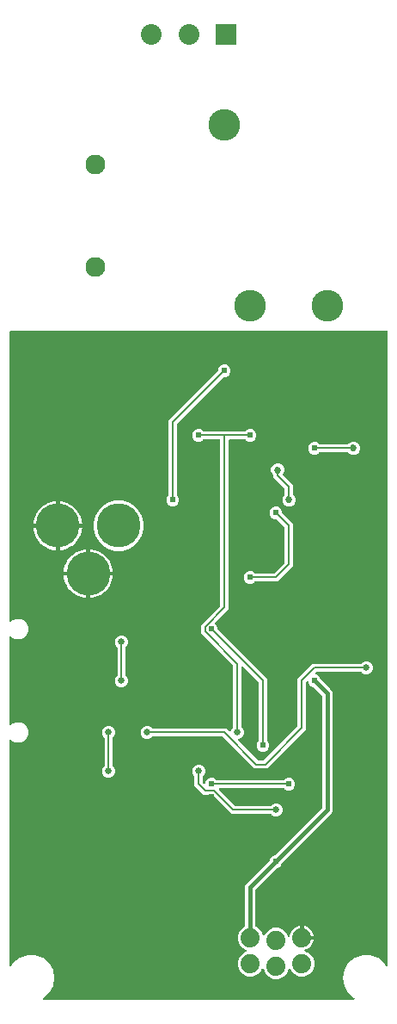
<source format=gbl>
G04 EAGLE Gerber RS-274X export*
G75*
%MOMM*%
%FSLAX34Y34*%
%LPD*%
%INBottom Copper*%
%IPPOS*%
%AMOC8*
5,1,8,0,0,1.08239X$1,22.5*%
G01*
%ADD10C,4.318000*%
%ADD11R,2.032000X2.032000*%
%ADD12C,2.032000*%
%ADD13C,1.879600*%
%ADD14C,3.116000*%
%ADD15C,1.955800*%
%ADD16C,0.609600*%
%ADD17C,0.203200*%
%ADD18C,0.685800*%
%ADD19C,0.654800*%
%ADD20C,0.406400*%
%ADD21C,0.177800*%

G36*
X343140Y4075D02*
X343140Y4075D01*
X343214Y4075D01*
X343280Y4095D01*
X343349Y4105D01*
X343416Y4135D01*
X343486Y4155D01*
X343545Y4192D01*
X343608Y4221D01*
X343664Y4268D01*
X343726Y4308D01*
X343772Y4360D01*
X343825Y4404D01*
X343866Y4466D01*
X343915Y4521D01*
X343944Y4583D01*
X343983Y4641D01*
X344005Y4711D01*
X344036Y4778D01*
X344048Y4846D01*
X344068Y4912D01*
X344070Y4986D01*
X344082Y5058D01*
X344074Y5127D01*
X344076Y5196D01*
X344057Y5267D01*
X344048Y5341D01*
X344021Y5404D01*
X344004Y5471D01*
X343966Y5535D01*
X343938Y5602D01*
X343899Y5647D01*
X343859Y5716D01*
X343769Y5800D01*
X343720Y5858D01*
X338015Y10644D01*
X334029Y17549D01*
X332645Y25400D01*
X334029Y33251D01*
X338015Y40155D01*
X344122Y45280D01*
X351614Y48007D01*
X359586Y48007D01*
X367078Y45280D01*
X373185Y40156D01*
X375041Y36941D01*
X375053Y36926D01*
X375061Y36908D01*
X375140Y36814D01*
X375216Y36717D01*
X375232Y36706D01*
X375245Y36691D01*
X375347Y36622D01*
X375446Y36551D01*
X375465Y36544D01*
X375481Y36533D01*
X375599Y36496D01*
X375714Y36454D01*
X375734Y36453D01*
X375752Y36447D01*
X375875Y36444D01*
X375998Y36436D01*
X376017Y36441D01*
X376036Y36440D01*
X376155Y36471D01*
X376275Y36498D01*
X376293Y36507D01*
X376311Y36512D01*
X376417Y36574D01*
X376525Y36633D01*
X376539Y36647D01*
X376556Y36657D01*
X376640Y36747D01*
X376727Y36833D01*
X376737Y36850D01*
X376750Y36864D01*
X376806Y36974D01*
X376866Y37081D01*
X376871Y37100D01*
X376880Y37118D01*
X376892Y37190D01*
X376931Y37358D01*
X376929Y37409D01*
X376935Y37449D01*
X376935Y660400D01*
X376927Y660458D01*
X376929Y660516D01*
X376907Y660598D01*
X376895Y660682D01*
X376872Y660735D01*
X376857Y660791D01*
X376814Y660864D01*
X376779Y660941D01*
X376741Y660986D01*
X376712Y661036D01*
X376650Y661094D01*
X376596Y661158D01*
X376547Y661190D01*
X376504Y661230D01*
X376429Y661269D01*
X376359Y661316D01*
X376303Y661333D01*
X376251Y661360D01*
X376183Y661371D01*
X376088Y661401D01*
X375988Y661404D01*
X375920Y661415D01*
X5080Y661415D01*
X5022Y661407D01*
X4964Y661409D01*
X4882Y661387D01*
X4798Y661375D01*
X4745Y661352D01*
X4689Y661337D01*
X4616Y661294D01*
X4539Y661259D01*
X4494Y661221D01*
X4444Y661192D01*
X4386Y661130D01*
X4322Y661076D01*
X4290Y661027D01*
X4250Y660984D01*
X4211Y660909D01*
X4164Y660839D01*
X4147Y660783D01*
X4120Y660731D01*
X4109Y660663D01*
X4079Y660568D01*
X4076Y660468D01*
X4065Y660400D01*
X4065Y376327D01*
X4069Y376298D01*
X4066Y376269D01*
X4089Y376157D01*
X4105Y376045D01*
X4117Y376019D01*
X4122Y375990D01*
X4175Y375889D01*
X4221Y375786D01*
X4240Y375764D01*
X4253Y375737D01*
X4331Y375655D01*
X4404Y375569D01*
X4429Y375553D01*
X4449Y375531D01*
X4547Y375474D01*
X4641Y375411D01*
X4669Y375402D01*
X4694Y375388D01*
X4804Y375360D01*
X4912Y375326D01*
X4942Y375325D01*
X4970Y375318D01*
X5083Y375321D01*
X5196Y375318D01*
X5225Y375326D01*
X5254Y375327D01*
X5362Y375362D01*
X5471Y375390D01*
X5497Y375405D01*
X5525Y375414D01*
X5589Y375460D01*
X5716Y375535D01*
X5759Y375581D01*
X5798Y375609D01*
X7008Y376819D01*
X10701Y378349D01*
X14699Y378349D01*
X18392Y376819D01*
X21219Y373992D01*
X22749Y370299D01*
X22749Y366301D01*
X21219Y362608D01*
X18392Y359781D01*
X14699Y358251D01*
X10701Y358251D01*
X7008Y359781D01*
X5798Y360991D01*
X5774Y361009D01*
X5755Y361031D01*
X5661Y361094D01*
X5571Y361162D01*
X5543Y361172D01*
X5519Y361189D01*
X5411Y361223D01*
X5305Y361263D01*
X5276Y361266D01*
X5248Y361274D01*
X5134Y361277D01*
X5022Y361287D01*
X4993Y361281D01*
X4964Y361282D01*
X4854Y361253D01*
X4743Y361231D01*
X4717Y361217D01*
X4689Y361210D01*
X4591Y361152D01*
X4491Y361100D01*
X4469Y361080D01*
X4444Y361065D01*
X4367Y360982D01*
X4285Y360904D01*
X4270Y360879D01*
X4250Y360857D01*
X4198Y360757D01*
X4141Y360659D01*
X4134Y360630D01*
X4120Y360604D01*
X4107Y360527D01*
X4071Y360383D01*
X4073Y360321D01*
X4065Y360273D01*
X4065Y274727D01*
X4069Y274698D01*
X4066Y274669D01*
X4089Y274557D01*
X4105Y274445D01*
X4117Y274419D01*
X4122Y274390D01*
X4175Y274289D01*
X4221Y274186D01*
X4240Y274164D01*
X4253Y274137D01*
X4331Y274055D01*
X4404Y273969D01*
X4429Y273953D01*
X4449Y273931D01*
X4547Y273874D01*
X4641Y273811D01*
X4669Y273802D01*
X4694Y273788D01*
X4804Y273760D01*
X4912Y273726D01*
X4942Y273725D01*
X4970Y273718D01*
X5083Y273721D01*
X5196Y273718D01*
X5225Y273726D01*
X5254Y273727D01*
X5362Y273762D01*
X5471Y273790D01*
X5497Y273805D01*
X5525Y273814D01*
X5589Y273860D01*
X5716Y273935D01*
X5759Y273981D01*
X5798Y274009D01*
X7008Y275219D01*
X10701Y276749D01*
X14699Y276749D01*
X18392Y275219D01*
X21219Y272392D01*
X22749Y268699D01*
X22749Y264701D01*
X21219Y261008D01*
X18392Y258181D01*
X14699Y256651D01*
X10701Y256651D01*
X7008Y258181D01*
X5798Y259391D01*
X5774Y259409D01*
X5755Y259431D01*
X5661Y259494D01*
X5571Y259562D01*
X5543Y259572D01*
X5519Y259589D01*
X5411Y259623D01*
X5305Y259663D01*
X5276Y259666D01*
X5248Y259674D01*
X5134Y259677D01*
X5022Y259687D01*
X4993Y259681D01*
X4964Y259682D01*
X4854Y259653D01*
X4743Y259631D01*
X4717Y259617D01*
X4689Y259610D01*
X4591Y259552D01*
X4491Y259500D01*
X4469Y259480D01*
X4444Y259465D01*
X4367Y259382D01*
X4285Y259304D01*
X4270Y259279D01*
X4250Y259257D01*
X4198Y259157D01*
X4141Y259059D01*
X4134Y259030D01*
X4120Y259004D01*
X4107Y258927D01*
X4071Y258783D01*
X4073Y258721D01*
X4065Y258673D01*
X4065Y37449D01*
X4067Y37429D01*
X4065Y37410D01*
X4087Y37289D01*
X4105Y37167D01*
X4113Y37149D01*
X4116Y37130D01*
X4171Y37020D01*
X4221Y36908D01*
X4233Y36893D01*
X4242Y36875D01*
X4325Y36784D01*
X4404Y36691D01*
X4421Y36680D01*
X4434Y36665D01*
X4539Y36601D01*
X4641Y36533D01*
X4660Y36527D01*
X4676Y36517D01*
X4795Y36484D01*
X4912Y36447D01*
X4932Y36447D01*
X4951Y36442D01*
X5073Y36443D01*
X5196Y36440D01*
X5215Y36445D01*
X5235Y36445D01*
X5353Y36481D01*
X5471Y36512D01*
X5488Y36522D01*
X5507Y36528D01*
X5610Y36594D01*
X5716Y36657D01*
X5729Y36671D01*
X5746Y36682D01*
X5792Y36739D01*
X5910Y36864D01*
X5934Y36910D01*
X5959Y36941D01*
X7815Y40156D01*
X13922Y45280D01*
X21414Y48007D01*
X29386Y48007D01*
X36878Y45280D01*
X42985Y40156D01*
X46971Y33251D01*
X48355Y25400D01*
X46971Y17549D01*
X42985Y10645D01*
X37280Y5858D01*
X37231Y5803D01*
X37175Y5755D01*
X37136Y5698D01*
X37090Y5646D01*
X37058Y5580D01*
X37017Y5519D01*
X36996Y5453D01*
X36966Y5390D01*
X36954Y5318D01*
X36932Y5248D01*
X36930Y5179D01*
X36918Y5110D01*
X36926Y5037D01*
X36924Y4964D01*
X36942Y4897D01*
X36949Y4828D01*
X36977Y4760D01*
X36996Y4689D01*
X37031Y4629D01*
X37058Y4565D01*
X37104Y4507D01*
X37141Y4444D01*
X37192Y4397D01*
X37235Y4343D01*
X37295Y4300D01*
X37349Y4250D01*
X37410Y4218D01*
X37467Y4178D01*
X37536Y4154D01*
X37602Y4120D01*
X37660Y4110D01*
X37735Y4084D01*
X37857Y4077D01*
X37933Y4065D01*
X343067Y4065D01*
X343140Y4075D01*
G37*
%LPC*%
G36*
X264224Y24383D02*
X264224Y24383D01*
X259649Y26278D01*
X256148Y29779D01*
X254412Y33971D01*
X254397Y33996D01*
X254388Y34024D01*
X254325Y34119D01*
X254267Y34216D01*
X254246Y34236D01*
X254230Y34261D01*
X254143Y34334D01*
X254061Y34411D01*
X254035Y34425D01*
X254012Y34444D01*
X253909Y34490D01*
X253808Y34541D01*
X253779Y34547D01*
X253752Y34559D01*
X253640Y34575D01*
X253529Y34596D01*
X253500Y34594D01*
X253471Y34598D01*
X253359Y34582D01*
X253246Y34572D01*
X253218Y34561D01*
X253189Y34557D01*
X253086Y34511D01*
X252981Y34470D01*
X252957Y34452D01*
X252930Y34440D01*
X252844Y34367D01*
X252754Y34298D01*
X252736Y34275D01*
X252714Y34256D01*
X252672Y34189D01*
X252584Y34071D01*
X252562Y34012D01*
X252536Y33971D01*
X251852Y32319D01*
X248351Y28818D01*
X243776Y26923D01*
X238824Y26923D01*
X234249Y28818D01*
X230748Y32319D01*
X228853Y36894D01*
X228853Y41846D01*
X230748Y46421D01*
X234249Y49922D01*
X237171Y51132D01*
X237196Y51147D01*
X237224Y51156D01*
X237319Y51219D01*
X237416Y51277D01*
X237436Y51298D01*
X237461Y51314D01*
X237534Y51401D01*
X237611Y51483D01*
X237625Y51509D01*
X237644Y51532D01*
X237690Y51635D01*
X237741Y51736D01*
X237747Y51765D01*
X237759Y51792D01*
X237775Y51904D01*
X237796Y52015D01*
X237794Y52044D01*
X237798Y52073D01*
X237782Y52185D01*
X237772Y52298D01*
X237761Y52325D01*
X237757Y52354D01*
X237711Y52458D01*
X237670Y52563D01*
X237652Y52587D01*
X237640Y52614D01*
X237567Y52700D01*
X237498Y52790D01*
X237475Y52808D01*
X237456Y52830D01*
X237389Y52872D01*
X237271Y52960D01*
X237212Y52982D01*
X237171Y53008D01*
X234249Y54218D01*
X230748Y57719D01*
X228853Y62294D01*
X228853Y67246D01*
X230748Y71821D01*
X234249Y75322D01*
X235593Y75878D01*
X235594Y75879D01*
X235595Y75879D01*
X235712Y75949D01*
X235837Y76023D01*
X235839Y76024D01*
X235840Y76025D01*
X235935Y76126D01*
X236033Y76229D01*
X236033Y76231D01*
X236034Y76232D01*
X236099Y76358D01*
X236163Y76482D01*
X236163Y76484D01*
X236164Y76485D01*
X236166Y76500D01*
X236218Y76761D01*
X236215Y76791D01*
X236219Y76816D01*
X236219Y115311D01*
X236993Y117178D01*
X238565Y118750D01*
X260373Y140558D01*
X260391Y140583D01*
X260415Y140603D01*
X260456Y140669D01*
X260544Y140785D01*
X260567Y140845D01*
X260593Y140887D01*
X261531Y143154D01*
X263246Y144869D01*
X265513Y145807D01*
X265539Y145823D01*
X265569Y145832D01*
X265633Y145878D01*
X265758Y145952D01*
X265802Y145999D01*
X265842Y146027D01*
X312122Y192307D01*
X312174Y192377D01*
X312234Y192441D01*
X312260Y192490D01*
X312293Y192534D01*
X312324Y192616D01*
X312364Y192694D01*
X312372Y192742D01*
X312394Y192800D01*
X312406Y192948D01*
X312419Y193025D01*
X312419Y302275D01*
X312407Y302362D01*
X312404Y302449D01*
X312387Y302502D01*
X312379Y302556D01*
X312344Y302636D01*
X312317Y302719D01*
X312289Y302759D01*
X312263Y302816D01*
X312167Y302929D01*
X312122Y302993D01*
X303942Y311173D01*
X303917Y311191D01*
X303897Y311215D01*
X303831Y311256D01*
X303715Y311344D01*
X303655Y311367D01*
X303613Y311393D01*
X301346Y312331D01*
X299631Y314046D01*
X298679Y316346D01*
X298621Y316444D01*
X298568Y316546D01*
X298549Y316567D01*
X298535Y316590D01*
X298451Y316669D01*
X298372Y316752D01*
X298348Y316766D01*
X298328Y316786D01*
X298226Y316838D01*
X298127Y316896D01*
X298100Y316903D01*
X298075Y316916D01*
X297962Y316938D01*
X297851Y316966D01*
X297824Y316965D01*
X297796Y316971D01*
X297682Y316961D01*
X297567Y316957D01*
X297541Y316949D01*
X297513Y316946D01*
X297406Y316905D01*
X297297Y316870D01*
X297276Y316855D01*
X297248Y316844D01*
X297036Y316684D01*
X297023Y316675D01*
X296462Y316114D01*
X296409Y316044D01*
X296350Y315980D01*
X296324Y315931D01*
X296291Y315886D01*
X296260Y315805D01*
X296220Y315727D01*
X296212Y315679D01*
X296190Y315621D01*
X296178Y315473D01*
X296165Y315396D01*
X296165Y269275D01*
X258156Y231266D01*
X245585Y231266D01*
X214514Y262338D01*
X214444Y262390D01*
X214380Y262450D01*
X214331Y262476D01*
X214286Y262509D01*
X214205Y262540D01*
X214127Y262580D01*
X214079Y262588D01*
X214021Y262610D01*
X213873Y262622D01*
X213796Y262635D01*
X144998Y262635D01*
X144911Y262623D01*
X144823Y262620D01*
X144771Y262603D01*
X144716Y262595D01*
X144636Y262560D01*
X144553Y262533D01*
X144514Y262505D01*
X144457Y262479D01*
X144343Y262383D01*
X144280Y262338D01*
X143282Y261340D01*
X140958Y260377D01*
X138442Y260377D01*
X136118Y261340D01*
X134340Y263118D01*
X133377Y265442D01*
X133377Y267958D01*
X134340Y270282D01*
X136118Y272060D01*
X138442Y273023D01*
X140958Y273023D01*
X143282Y272060D01*
X144280Y271062D01*
X144349Y271010D01*
X144413Y270950D01*
X144463Y270924D01*
X144507Y270891D01*
X144589Y270860D01*
X144666Y270820D01*
X144714Y270812D01*
X144772Y270790D01*
X144920Y270778D01*
X144998Y270765D01*
X217584Y270765D01*
X220650Y267698D01*
X220742Y267629D01*
X220830Y267555D01*
X220855Y267544D01*
X220877Y267527D01*
X220985Y267486D01*
X221090Y267440D01*
X221117Y267436D01*
X221143Y267426D01*
X221258Y267416D01*
X221371Y267401D01*
X221399Y267405D01*
X221426Y267402D01*
X221539Y267425D01*
X221653Y267441D01*
X221678Y267453D01*
X221705Y267458D01*
X221807Y267511D01*
X221912Y267558D01*
X221933Y267576D01*
X221958Y267589D01*
X222041Y267668D01*
X222128Y267743D01*
X222141Y267764D01*
X222164Y267785D01*
X222298Y268015D01*
X222306Y268027D01*
X223240Y270282D01*
X224238Y271280D01*
X224290Y271349D01*
X224350Y271413D01*
X224376Y271463D01*
X224409Y271507D01*
X224440Y271589D01*
X224480Y271666D01*
X224488Y271714D01*
X224510Y271772D01*
X224522Y271920D01*
X224535Y271998D01*
X224535Y332175D01*
X224523Y332261D01*
X224520Y332349D01*
X224503Y332401D01*
X224495Y332456D01*
X224460Y332536D01*
X224433Y332619D01*
X224405Y332659D01*
X224379Y332716D01*
X224283Y332829D01*
X224238Y332893D01*
X193039Y364091D01*
X193039Y372509D01*
X211538Y391007D01*
X211590Y391077D01*
X211650Y391141D01*
X211676Y391190D01*
X211709Y391235D01*
X211740Y391316D01*
X211780Y391394D01*
X211788Y391442D01*
X211810Y391500D01*
X211822Y391648D01*
X211835Y391725D01*
X211835Y553720D01*
X211827Y553778D01*
X211829Y553836D01*
X211807Y553918D01*
X211795Y554002D01*
X211772Y554055D01*
X211757Y554111D01*
X211714Y554184D01*
X211679Y554261D01*
X211641Y554306D01*
X211612Y554356D01*
X211550Y554414D01*
X211496Y554478D01*
X211447Y554510D01*
X211404Y554550D01*
X211329Y554589D01*
X211259Y554636D01*
X211203Y554653D01*
X211151Y554680D01*
X211083Y554691D01*
X210988Y554721D01*
X210888Y554724D01*
X210820Y554735D01*
X195478Y554735D01*
X195391Y554723D01*
X195304Y554720D01*
X195251Y554703D01*
X195196Y554695D01*
X195117Y554660D01*
X195033Y554633D01*
X194994Y554605D01*
X194937Y554579D01*
X194824Y554483D01*
X194760Y554438D01*
X193954Y553631D01*
X191713Y552703D01*
X189287Y552703D01*
X187046Y553631D01*
X185331Y555346D01*
X184403Y557587D01*
X184403Y560013D01*
X185331Y562254D01*
X187046Y563969D01*
X189287Y564897D01*
X191713Y564897D01*
X193954Y563969D01*
X194760Y563162D01*
X194830Y563110D01*
X194894Y563050D01*
X194943Y563024D01*
X194987Y562991D01*
X195069Y562960D01*
X195147Y562920D01*
X195194Y562912D01*
X195253Y562890D01*
X195401Y562878D01*
X195478Y562865D01*
X236322Y562865D01*
X236409Y562877D01*
X236496Y562880D01*
X236549Y562897D01*
X236604Y562905D01*
X236683Y562940D01*
X236767Y562967D01*
X236806Y562995D01*
X236863Y563021D01*
X236976Y563117D01*
X237040Y563162D01*
X237846Y563969D01*
X240087Y564897D01*
X242513Y564897D01*
X244754Y563969D01*
X246469Y562254D01*
X247397Y560013D01*
X247397Y557587D01*
X246469Y555346D01*
X244754Y553631D01*
X242513Y552703D01*
X240087Y552703D01*
X237846Y553631D01*
X237040Y554438D01*
X236970Y554490D01*
X236906Y554550D01*
X236857Y554576D01*
X236813Y554609D01*
X236731Y554640D01*
X236653Y554680D01*
X236606Y554688D01*
X236547Y554710D01*
X236399Y554722D01*
X236322Y554735D01*
X220980Y554735D01*
X220922Y554727D01*
X220864Y554729D01*
X220782Y554707D01*
X220698Y554695D01*
X220645Y554672D01*
X220589Y554657D01*
X220516Y554614D01*
X220439Y554579D01*
X220394Y554541D01*
X220344Y554512D01*
X220286Y554450D01*
X220222Y554396D01*
X220190Y554347D01*
X220150Y554304D01*
X220111Y554229D01*
X220064Y554159D01*
X220047Y554103D01*
X220020Y554051D01*
X220009Y553983D01*
X219979Y553888D01*
X219976Y553788D01*
X219965Y553720D01*
X219965Y387937D01*
X206793Y374765D01*
X206758Y374719D01*
X206715Y374678D01*
X206672Y374605D01*
X206622Y374538D01*
X206601Y374483D01*
X206571Y374433D01*
X206551Y374351D01*
X206520Y374272D01*
X206516Y374214D01*
X206501Y374157D01*
X206504Y374073D01*
X206497Y373989D01*
X206508Y373932D01*
X206510Y373873D01*
X206536Y373793D01*
X206553Y373710D01*
X206580Y373658D01*
X206598Y373603D01*
X206638Y373546D01*
X206684Y373458D01*
X206752Y373386D01*
X206793Y373329D01*
X208369Y371754D01*
X209297Y369513D01*
X209297Y368372D01*
X209309Y368286D01*
X209312Y368198D01*
X209329Y368146D01*
X209337Y368091D01*
X209372Y368011D01*
X209399Y367928D01*
X209427Y367888D01*
X209453Y367831D01*
X209549Y367718D01*
X209594Y367654D01*
X258065Y319184D01*
X258065Y258978D01*
X258077Y258891D01*
X258080Y258804D01*
X258097Y258751D01*
X258105Y258696D01*
X258140Y258617D01*
X258167Y258533D01*
X258195Y258494D01*
X258221Y258437D01*
X258317Y258324D01*
X258362Y258260D01*
X259169Y257454D01*
X260097Y255213D01*
X260097Y252787D01*
X259169Y250546D01*
X257454Y248831D01*
X255213Y247903D01*
X252787Y247903D01*
X250546Y248831D01*
X248831Y250546D01*
X247903Y252787D01*
X247903Y255213D01*
X248831Y257454D01*
X249638Y258260D01*
X249690Y258330D01*
X249750Y258394D01*
X249776Y258443D01*
X249809Y258487D01*
X249840Y258569D01*
X249880Y258647D01*
X249888Y258694D01*
X249910Y258753D01*
X249922Y258901D01*
X249935Y258978D01*
X249935Y315396D01*
X249923Y315482D01*
X249920Y315570D01*
X249903Y315622D01*
X249895Y315677D01*
X249860Y315757D01*
X249833Y315840D01*
X249805Y315880D01*
X249779Y315937D01*
X249683Y316050D01*
X249638Y316114D01*
X234398Y331354D01*
X234374Y331371D01*
X234355Y331394D01*
X234261Y331457D01*
X234171Y331525D01*
X234143Y331535D01*
X234119Y331551D01*
X234011Y331586D01*
X233905Y331626D01*
X233876Y331628D01*
X233848Y331637D01*
X233734Y331640D01*
X233622Y331649D01*
X233593Y331644D01*
X233564Y331644D01*
X233454Y331616D01*
X233343Y331594D01*
X233317Y331580D01*
X233289Y331573D01*
X233191Y331515D01*
X233091Y331463D01*
X233069Y331442D01*
X233044Y331427D01*
X232967Y331345D01*
X232885Y331267D01*
X232870Y331241D01*
X232850Y331220D01*
X232798Y331119D01*
X232741Y331021D01*
X232734Y330993D01*
X232720Y330967D01*
X232707Y330890D01*
X232671Y330746D01*
X232673Y330683D01*
X232665Y330636D01*
X232665Y271998D01*
X232677Y271911D01*
X232680Y271823D01*
X232697Y271771D01*
X232705Y271716D01*
X232740Y271636D01*
X232767Y271553D01*
X232795Y271514D01*
X232821Y271457D01*
X232917Y271343D01*
X232962Y271280D01*
X233960Y270282D01*
X234923Y267958D01*
X234923Y265442D01*
X233960Y263118D01*
X232182Y261340D01*
X229927Y260406D01*
X229829Y260348D01*
X229727Y260295D01*
X229707Y260276D01*
X229683Y260262D01*
X229604Y260178D01*
X229521Y260099D01*
X229506Y260075D01*
X229487Y260055D01*
X229435Y259953D01*
X229377Y259854D01*
X229370Y259827D01*
X229357Y259802D01*
X229335Y259689D01*
X229307Y259578D01*
X229308Y259551D01*
X229302Y259523D01*
X229312Y259409D01*
X229316Y259294D01*
X229324Y259268D01*
X229327Y259240D01*
X229368Y259133D01*
X229403Y259024D01*
X229418Y259003D01*
X229429Y258975D01*
X229590Y258762D01*
X229598Y258750D01*
X248655Y239693D01*
X248725Y239641D01*
X248789Y239581D01*
X248838Y239555D01*
X248883Y239522D01*
X248964Y239491D01*
X249042Y239451D01*
X249090Y239443D01*
X249148Y239421D01*
X249296Y239409D01*
X249373Y239396D01*
X254368Y239396D01*
X254455Y239408D01*
X254542Y239411D01*
X254595Y239428D01*
X254650Y239436D01*
X254730Y239471D01*
X254813Y239498D01*
X254852Y239526D01*
X254909Y239552D01*
X255022Y239648D01*
X255086Y239693D01*
X287738Y272345D01*
X287790Y272415D01*
X287850Y272479D01*
X287876Y272528D01*
X287909Y272572D01*
X287940Y272654D01*
X287980Y272732D01*
X287988Y272779D01*
X288010Y272838D01*
X288017Y272926D01*
X288021Y272938D01*
X288023Y272987D01*
X288035Y273063D01*
X288035Y319184D01*
X303116Y334265D01*
X350302Y334265D01*
X350389Y334277D01*
X350477Y334280D01*
X350529Y334297D01*
X350584Y334305D01*
X350664Y334340D01*
X350747Y334367D01*
X350786Y334395D01*
X350843Y334421D01*
X350957Y334517D01*
X351020Y334562D01*
X352018Y335560D01*
X354342Y336523D01*
X356858Y336523D01*
X359182Y335560D01*
X360960Y333782D01*
X361923Y331458D01*
X361923Y328942D01*
X360960Y326618D01*
X359182Y324840D01*
X356858Y323877D01*
X354342Y323877D01*
X352018Y324840D01*
X351020Y325838D01*
X350951Y325890D01*
X350887Y325950D01*
X350837Y325976D01*
X350793Y326009D01*
X350711Y326040D01*
X350634Y326080D01*
X350586Y326088D01*
X350528Y326110D01*
X350380Y326122D01*
X350302Y326135D01*
X306904Y326135D01*
X306818Y326123D01*
X306730Y326120D01*
X306678Y326103D01*
X306623Y326095D01*
X306543Y326060D01*
X306460Y326033D01*
X306420Y326005D01*
X306363Y325979D01*
X306250Y325883D01*
X306186Y325838D01*
X305625Y325277D01*
X305556Y325185D01*
X305482Y325097D01*
X305471Y325072D01*
X305454Y325050D01*
X305413Y324942D01*
X305367Y324837D01*
X305363Y324810D01*
X305353Y324784D01*
X305343Y324669D01*
X305328Y324556D01*
X305332Y324528D01*
X305329Y324501D01*
X305352Y324388D01*
X305368Y324274D01*
X305380Y324249D01*
X305385Y324222D01*
X305438Y324120D01*
X305486Y324015D01*
X305503Y323994D01*
X305516Y323970D01*
X305595Y323886D01*
X305670Y323799D01*
X305691Y323786D01*
X305712Y323763D01*
X305942Y323629D01*
X305954Y323621D01*
X305957Y323620D01*
X308254Y322669D01*
X309969Y320954D01*
X310907Y318687D01*
X310923Y318661D01*
X310932Y318631D01*
X310978Y318567D01*
X311052Y318442D01*
X311099Y318398D01*
X311127Y318358D01*
X320235Y309250D01*
X321807Y307678D01*
X322581Y305811D01*
X322581Y189489D01*
X321807Y187622D01*
X273027Y138842D01*
X273009Y138817D01*
X272985Y138797D01*
X272943Y138731D01*
X272856Y138615D01*
X272834Y138555D01*
X272807Y138513D01*
X271869Y136246D01*
X270154Y134531D01*
X267887Y133593D01*
X267861Y133577D01*
X267831Y133568D01*
X267767Y133522D01*
X267642Y133448D01*
X267598Y133401D01*
X267558Y133373D01*
X246678Y112493D01*
X246626Y112423D01*
X246566Y112359D01*
X246540Y112310D01*
X246507Y112266D01*
X246476Y112184D01*
X246436Y112106D01*
X246428Y112058D01*
X246406Y112000D01*
X246394Y111852D01*
X246381Y111775D01*
X246381Y76816D01*
X246381Y76815D01*
X246381Y76813D01*
X246401Y76672D01*
X246421Y76535D01*
X246421Y76533D01*
X246421Y76532D01*
X246482Y76398D01*
X246537Y76275D01*
X246538Y76274D01*
X246539Y76273D01*
X246630Y76165D01*
X246720Y76058D01*
X246722Y76057D01*
X246723Y76056D01*
X246736Y76048D01*
X246957Y75901D01*
X246986Y75891D01*
X247007Y75878D01*
X248351Y75322D01*
X251852Y71821D01*
X253588Y67629D01*
X253603Y67604D01*
X253612Y67576D01*
X253675Y67481D01*
X253733Y67384D01*
X253754Y67364D01*
X253770Y67339D01*
X253857Y67266D01*
X253939Y67189D01*
X253965Y67175D01*
X253988Y67156D01*
X254091Y67110D01*
X254192Y67059D01*
X254221Y67053D01*
X254248Y67041D01*
X254360Y67025D01*
X254471Y67004D01*
X254500Y67006D01*
X254529Y67002D01*
X254641Y67018D01*
X254754Y67028D01*
X254782Y67039D01*
X254811Y67043D01*
X254914Y67089D01*
X255019Y67130D01*
X255043Y67148D01*
X255070Y67160D01*
X255156Y67233D01*
X255246Y67302D01*
X255264Y67325D01*
X255286Y67344D01*
X255326Y67407D01*
X255329Y67412D01*
X255416Y67529D01*
X255429Y67562D01*
X255445Y67587D01*
X255452Y67610D01*
X255464Y67629D01*
X256148Y69281D01*
X259649Y72782D01*
X264224Y74677D01*
X269176Y74677D01*
X273751Y72782D01*
X277252Y69281D01*
X278388Y66537D01*
X278391Y66532D01*
X278393Y66526D01*
X278464Y66409D01*
X278533Y66293D01*
X278537Y66288D01*
X278540Y66283D01*
X278641Y66191D01*
X278739Y66097D01*
X278745Y66095D01*
X278749Y66090D01*
X278871Y66030D01*
X278992Y65967D01*
X278998Y65966D01*
X279004Y65963D01*
X279137Y65939D01*
X279271Y65912D01*
X279277Y65913D01*
X279283Y65912D01*
X279420Y65925D01*
X279554Y65937D01*
X279560Y65939D01*
X279566Y65939D01*
X279693Y65990D01*
X279819Y66039D01*
X279824Y66042D01*
X279830Y66045D01*
X279937Y66128D01*
X280046Y66210D01*
X280050Y66215D01*
X280055Y66219D01*
X280135Y66329D01*
X280216Y66438D01*
X280219Y66444D01*
X280222Y66449D01*
X280236Y66490D01*
X280317Y66704D01*
X280320Y66740D01*
X280329Y66767D01*
X280455Y67566D01*
X281036Y69353D01*
X281889Y71027D01*
X282994Y72548D01*
X284322Y73876D01*
X285843Y74981D01*
X287517Y75834D01*
X289304Y76415D01*
X290069Y76536D01*
X290069Y65786D01*
X290077Y65728D01*
X290075Y65670D01*
X290097Y65588D01*
X290109Y65505D01*
X290133Y65451D01*
X290147Y65395D01*
X290190Y65322D01*
X290225Y65245D01*
X290263Y65201D01*
X290293Y65150D01*
X290354Y65093D01*
X290409Y65028D01*
X290457Y64996D01*
X290500Y64956D01*
X290575Y64917D01*
X290645Y64871D01*
X290701Y64853D01*
X290753Y64826D01*
X290821Y64815D01*
X290916Y64785D01*
X291016Y64782D01*
X291084Y64771D01*
X292101Y64771D01*
X292101Y63754D01*
X292109Y63696D01*
X292108Y63638D01*
X292129Y63556D01*
X292141Y63473D01*
X292165Y63419D01*
X292179Y63363D01*
X292222Y63290D01*
X292257Y63213D01*
X292295Y63168D01*
X292325Y63118D01*
X292386Y63060D01*
X292441Y62996D01*
X292489Y62964D01*
X292532Y62924D01*
X292607Y62885D01*
X292677Y62839D01*
X292733Y62821D01*
X292785Y62794D01*
X292853Y62783D01*
X292948Y62753D01*
X293048Y62750D01*
X293116Y62739D01*
X303866Y62739D01*
X303745Y61974D01*
X303164Y60187D01*
X302311Y58513D01*
X301206Y56992D01*
X299878Y55664D01*
X298357Y54559D01*
X296683Y53706D01*
X295563Y53342D01*
X295501Y53312D01*
X295435Y53291D01*
X295374Y53250D01*
X295308Y53217D01*
X295257Y53171D01*
X295199Y53132D01*
X295152Y53076D01*
X295097Y53027D01*
X295061Y52968D01*
X295016Y52915D01*
X294986Y52848D01*
X294947Y52785D01*
X294929Y52718D01*
X294901Y52655D01*
X294891Y52582D01*
X294871Y52511D01*
X294871Y52442D01*
X294862Y52373D01*
X294872Y52301D01*
X294873Y52227D01*
X294893Y52160D01*
X294902Y52092D01*
X294933Y52025D01*
X294954Y51954D01*
X294991Y51896D01*
X295020Y51833D01*
X295067Y51777D01*
X295107Y51715D01*
X295159Y51669D01*
X295204Y51617D01*
X295257Y51584D01*
X295321Y51527D01*
X295425Y51478D01*
X295489Y51439D01*
X299151Y49922D01*
X302652Y46421D01*
X304547Y41846D01*
X304547Y36894D01*
X302652Y32319D01*
X299151Y28818D01*
X294576Y26923D01*
X289624Y26923D01*
X285049Y28818D01*
X281548Y32319D01*
X280864Y33971D01*
X280849Y33996D01*
X280840Y34024D01*
X280777Y34119D01*
X280720Y34216D01*
X280698Y34236D01*
X280682Y34261D01*
X280595Y34334D01*
X280513Y34411D01*
X280487Y34425D01*
X280464Y34444D01*
X280361Y34490D01*
X280260Y34541D01*
X280231Y34547D01*
X280205Y34559D01*
X280092Y34575D01*
X279981Y34596D01*
X279952Y34594D01*
X279923Y34598D01*
X279811Y34582D01*
X279698Y34572D01*
X279671Y34561D01*
X279642Y34557D01*
X279539Y34511D01*
X279433Y34470D01*
X279409Y34452D01*
X279382Y34440D01*
X279296Y34367D01*
X279206Y34298D01*
X279188Y34275D01*
X279166Y34256D01*
X279124Y34189D01*
X279036Y34071D01*
X279014Y34012D01*
X278988Y33971D01*
X277252Y29779D01*
X273751Y26278D01*
X269176Y24383D01*
X264224Y24383D01*
G37*
%LPD*%
%LPC*%
G36*
X108356Y445261D02*
X108356Y445261D01*
X102090Y446940D01*
X96471Y450184D01*
X91884Y454771D01*
X88640Y460390D01*
X86961Y466656D01*
X86961Y473144D01*
X88640Y479410D01*
X91884Y485029D01*
X96471Y489616D01*
X102090Y492860D01*
X108356Y494539D01*
X114844Y494539D01*
X121110Y492860D01*
X126729Y489616D01*
X131316Y485029D01*
X134560Y479410D01*
X136239Y473144D01*
X136239Y466656D01*
X134560Y460390D01*
X131316Y454771D01*
X126729Y450184D01*
X121110Y446940D01*
X114844Y445261D01*
X108356Y445261D01*
G37*
%LPD*%
%LPC*%
G36*
X265442Y184177D02*
X265442Y184177D01*
X263118Y185140D01*
X262120Y186138D01*
X262051Y186190D01*
X261987Y186250D01*
X261937Y186276D01*
X261893Y186309D01*
X261811Y186340D01*
X261734Y186380D01*
X261686Y186388D01*
X261628Y186410D01*
X261480Y186422D01*
X261402Y186435D01*
X222837Y186435D01*
X204339Y204934D01*
X204269Y204986D01*
X204205Y205046D01*
X204156Y205072D01*
X204112Y205105D01*
X204030Y205136D01*
X203952Y205176D01*
X203904Y205184D01*
X203846Y205206D01*
X203698Y205218D01*
X203621Y205231D01*
X195420Y205231D01*
X186435Y214216D01*
X186435Y223302D01*
X186423Y223389D01*
X186420Y223477D01*
X186403Y223529D01*
X186395Y223584D01*
X186360Y223664D01*
X186333Y223747D01*
X186305Y223786D01*
X186279Y223843D01*
X186183Y223957D01*
X186138Y224020D01*
X185140Y225018D01*
X184177Y227342D01*
X184177Y229858D01*
X185140Y232182D01*
X186918Y233960D01*
X189242Y234923D01*
X191758Y234923D01*
X194082Y233960D01*
X195860Y232182D01*
X196823Y229858D01*
X196823Y227342D01*
X195860Y225018D01*
X194862Y224020D01*
X194810Y223951D01*
X194750Y223887D01*
X194724Y223837D01*
X194691Y223793D01*
X194660Y223711D01*
X194620Y223634D01*
X194612Y223586D01*
X194590Y223528D01*
X194578Y223380D01*
X194565Y223302D01*
X194565Y218004D01*
X194577Y217918D01*
X194580Y217830D01*
X194597Y217778D01*
X194605Y217723D01*
X194640Y217643D01*
X194667Y217560D01*
X194695Y217520D01*
X194721Y217463D01*
X194817Y217350D01*
X194862Y217286D01*
X195423Y216725D01*
X195515Y216656D01*
X195603Y216582D01*
X195628Y216571D01*
X195650Y216554D01*
X195758Y216513D01*
X195863Y216467D01*
X195890Y216463D01*
X195916Y216453D01*
X196031Y216443D01*
X196144Y216428D01*
X196172Y216432D01*
X196199Y216429D01*
X196312Y216452D01*
X196426Y216468D01*
X196451Y216480D01*
X196478Y216485D01*
X196580Y216538D01*
X196685Y216586D01*
X196706Y216603D01*
X196730Y216616D01*
X196814Y216695D01*
X196901Y216770D01*
X196914Y216791D01*
X196937Y216812D01*
X197071Y217042D01*
X197079Y217054D01*
X198031Y219354D01*
X199746Y221069D01*
X201987Y221997D01*
X204413Y221997D01*
X206654Y221069D01*
X207460Y220262D01*
X207530Y220210D01*
X207594Y220150D01*
X207643Y220124D01*
X207687Y220091D01*
X207769Y220060D01*
X207847Y220020D01*
X207894Y220012D01*
X207953Y219990D01*
X208101Y219978D01*
X208178Y219965D01*
X274422Y219965D01*
X274509Y219977D01*
X274596Y219980D01*
X274649Y219997D01*
X274704Y220005D01*
X274783Y220040D01*
X274867Y220067D01*
X274906Y220095D01*
X274963Y220121D01*
X275076Y220217D01*
X275140Y220262D01*
X275946Y221069D01*
X278187Y221997D01*
X280613Y221997D01*
X282854Y221069D01*
X284569Y219354D01*
X285497Y217113D01*
X285497Y214687D01*
X284569Y212446D01*
X282854Y210731D01*
X280613Y209803D01*
X278187Y209803D01*
X275946Y210731D01*
X275140Y211538D01*
X275070Y211590D01*
X275006Y211650D01*
X274957Y211676D01*
X274913Y211709D01*
X274831Y211740D01*
X274753Y211780D01*
X274706Y211788D01*
X274647Y211810D01*
X274499Y211822D01*
X274422Y211835D01*
X211385Y211835D01*
X211356Y211831D01*
X211327Y211834D01*
X211216Y211811D01*
X211104Y211795D01*
X211077Y211783D01*
X211048Y211778D01*
X210948Y211726D01*
X210844Y211679D01*
X210822Y211660D01*
X210796Y211647D01*
X210714Y211569D01*
X210627Y211496D01*
X210611Y211471D01*
X210590Y211451D01*
X210533Y211353D01*
X210470Y211259D01*
X210461Y211231D01*
X210446Y211206D01*
X210418Y211096D01*
X210384Y210988D01*
X210383Y210958D01*
X210376Y210930D01*
X210380Y210817D01*
X210377Y210704D01*
X210384Y210675D01*
X210385Y210646D01*
X210420Y210538D01*
X210448Y210429D01*
X210463Y210403D01*
X210472Y210375D01*
X210518Y210312D01*
X210594Y210184D01*
X210639Y210141D01*
X210667Y210102D01*
X225907Y194862D01*
X225977Y194810D01*
X226041Y194750D01*
X226090Y194724D01*
X226135Y194691D01*
X226216Y194660D01*
X226294Y194620D01*
X226342Y194612D01*
X226400Y194590D01*
X226548Y194578D01*
X226625Y194565D01*
X261402Y194565D01*
X261489Y194577D01*
X261577Y194580D01*
X261629Y194597D01*
X261684Y194605D01*
X261764Y194640D01*
X261847Y194667D01*
X261886Y194695D01*
X261943Y194721D01*
X262057Y194817D01*
X262120Y194862D01*
X263118Y195860D01*
X265442Y196823D01*
X267958Y196823D01*
X270282Y195860D01*
X272060Y194082D01*
X273023Y191758D01*
X273023Y189242D01*
X272060Y186918D01*
X270282Y185140D01*
X267958Y184177D01*
X265442Y184177D01*
G37*
%LPD*%
%LPC*%
G36*
X163887Y489203D02*
X163887Y489203D01*
X161646Y490131D01*
X159931Y491846D01*
X159003Y494087D01*
X159003Y496513D01*
X159931Y498754D01*
X160738Y499560D01*
X160790Y499630D01*
X160850Y499694D01*
X160876Y499743D01*
X160909Y499787D01*
X160940Y499869D01*
X160980Y499947D01*
X160988Y499994D01*
X161010Y500053D01*
X161022Y500201D01*
X161035Y500278D01*
X161035Y573184D01*
X209506Y621654D01*
X209517Y621669D01*
X209526Y621676D01*
X209550Y621713D01*
X209558Y621724D01*
X209618Y621788D01*
X209644Y621837D01*
X209677Y621881D01*
X209708Y621963D01*
X209748Y622041D01*
X209756Y622089D01*
X209778Y622147D01*
X209790Y622295D01*
X209803Y622372D01*
X209803Y623513D01*
X210731Y625754D01*
X212446Y627469D01*
X214687Y628397D01*
X217113Y628397D01*
X219354Y627469D01*
X221069Y625754D01*
X221997Y623513D01*
X221997Y621087D01*
X221069Y618846D01*
X219354Y617131D01*
X217113Y616203D01*
X215972Y616203D01*
X215886Y616191D01*
X215798Y616188D01*
X215745Y616171D01*
X215691Y616163D01*
X215611Y616128D01*
X215528Y616101D01*
X215488Y616073D01*
X215431Y616047D01*
X215318Y615951D01*
X215254Y615906D01*
X169462Y570114D01*
X169410Y570044D01*
X169350Y569980D01*
X169324Y569931D01*
X169291Y569886D01*
X169260Y569805D01*
X169220Y569727D01*
X169212Y569679D01*
X169190Y569621D01*
X169178Y569473D01*
X169165Y569396D01*
X169165Y500278D01*
X169177Y500191D01*
X169180Y500104D01*
X169197Y500051D01*
X169205Y499996D01*
X169240Y499917D01*
X169267Y499833D01*
X169295Y499794D01*
X169321Y499737D01*
X169417Y499624D01*
X169462Y499560D01*
X170269Y498754D01*
X171197Y496513D01*
X171197Y494087D01*
X170269Y491846D01*
X168554Y490131D01*
X166313Y489203D01*
X163887Y489203D01*
G37*
%LPD*%
%LPC*%
G36*
X240087Y413003D02*
X240087Y413003D01*
X237846Y413931D01*
X236131Y415646D01*
X235203Y417887D01*
X235203Y420313D01*
X236131Y422554D01*
X237846Y424269D01*
X240087Y425197D01*
X242513Y425197D01*
X244754Y424269D01*
X245560Y423462D01*
X245630Y423410D01*
X245694Y423350D01*
X245743Y423324D01*
X245787Y423291D01*
X245869Y423260D01*
X245947Y423220D01*
X245994Y423212D01*
X246053Y423190D01*
X246201Y423178D01*
X246278Y423165D01*
X264596Y423165D01*
X264682Y423177D01*
X264770Y423180D01*
X264822Y423197D01*
X264877Y423205D01*
X264957Y423240D01*
X265040Y423267D01*
X265080Y423295D01*
X265137Y423321D01*
X265250Y423417D01*
X265314Y423462D01*
X275038Y433186D01*
X275090Y433256D01*
X275150Y433320D01*
X275176Y433369D01*
X275209Y433414D01*
X275240Y433495D01*
X275280Y433573D01*
X275288Y433621D01*
X275310Y433679D01*
X275322Y433827D01*
X275335Y433904D01*
X275335Y467796D01*
X275323Y467882D01*
X275320Y467970D01*
X275303Y468022D01*
X275295Y468077D01*
X275260Y468157D01*
X275233Y468240D01*
X275205Y468280D01*
X275179Y468337D01*
X275083Y468450D01*
X275038Y468514D01*
X267346Y476206D01*
X267276Y476258D01*
X267212Y476318D01*
X267163Y476344D01*
X267118Y476377D01*
X267037Y476408D01*
X266959Y476448D01*
X266911Y476456D01*
X266853Y476478D01*
X266705Y476490D01*
X266628Y476503D01*
X265487Y476503D01*
X263246Y477431D01*
X261531Y479146D01*
X260603Y481387D01*
X260603Y483813D01*
X261531Y486054D01*
X263246Y487769D01*
X265487Y488697D01*
X267913Y488697D01*
X270154Y487769D01*
X271869Y486054D01*
X272797Y483813D01*
X272797Y482672D01*
X272809Y482586D01*
X272812Y482498D01*
X272829Y482446D01*
X272837Y482391D01*
X272872Y482311D01*
X272899Y482228D01*
X272927Y482188D01*
X272953Y482131D01*
X273049Y482018D01*
X273094Y481954D01*
X283465Y471584D01*
X283465Y430116D01*
X268384Y415035D01*
X246278Y415035D01*
X246191Y415023D01*
X246104Y415020D01*
X246051Y415003D01*
X245996Y414995D01*
X245917Y414960D01*
X245833Y414933D01*
X245794Y414905D01*
X245737Y414879D01*
X245624Y414783D01*
X245560Y414738D01*
X244754Y413931D01*
X242513Y413003D01*
X240087Y413003D01*
G37*
%LPD*%
%LPC*%
G36*
X341612Y539622D02*
X341612Y539622D01*
X339231Y540608D01*
X338101Y541738D01*
X338031Y541790D01*
X337967Y541850D01*
X337918Y541876D01*
X337874Y541909D01*
X337792Y541940D01*
X337714Y541980D01*
X337667Y541988D01*
X337608Y542010D01*
X337461Y542022D01*
X337383Y542035D01*
X309778Y542035D01*
X309691Y542023D01*
X309604Y542020D01*
X309551Y542003D01*
X309496Y541995D01*
X309417Y541960D01*
X309333Y541933D01*
X309294Y541905D01*
X309237Y541879D01*
X309124Y541783D01*
X309060Y541738D01*
X308254Y540931D01*
X306013Y540003D01*
X303587Y540003D01*
X301346Y540931D01*
X299631Y542646D01*
X298703Y544887D01*
X298703Y547313D01*
X299631Y549554D01*
X301346Y551269D01*
X303587Y552197D01*
X306013Y552197D01*
X308254Y551269D01*
X309060Y550462D01*
X309130Y550410D01*
X309194Y550350D01*
X309243Y550324D01*
X309287Y550291D01*
X309369Y550260D01*
X309447Y550220D01*
X309494Y550212D01*
X309553Y550190D01*
X309701Y550178D01*
X309778Y550165D01*
X337383Y550165D01*
X337470Y550177D01*
X337557Y550180D01*
X337610Y550197D01*
X337665Y550205D01*
X337745Y550240D01*
X337828Y550267D01*
X337867Y550295D01*
X337924Y550321D01*
X338037Y550417D01*
X338101Y550462D01*
X339231Y551592D01*
X341612Y552578D01*
X344188Y552578D01*
X346569Y551592D01*
X348392Y549769D01*
X349378Y547388D01*
X349378Y544812D01*
X348392Y542431D01*
X346569Y540608D01*
X344188Y539622D01*
X341612Y539622D01*
G37*
%LPD*%
%LPC*%
G36*
X113042Y311177D02*
X113042Y311177D01*
X110718Y312140D01*
X108940Y313918D01*
X107977Y316242D01*
X107977Y318758D01*
X108940Y321082D01*
X110065Y322207D01*
X110117Y322276D01*
X110177Y322340D01*
X110203Y322390D01*
X110236Y322434D01*
X110267Y322516D01*
X110307Y322593D01*
X110315Y322641D01*
X110337Y322699D01*
X110349Y322847D01*
X110362Y322925D01*
X110362Y350175D01*
X110350Y350262D01*
X110347Y350350D01*
X110330Y350402D01*
X110322Y350457D01*
X110287Y350537D01*
X110260Y350620D01*
X110232Y350659D01*
X110206Y350716D01*
X110110Y350830D01*
X110065Y350893D01*
X108940Y352018D01*
X107977Y354342D01*
X107977Y356858D01*
X108940Y359182D01*
X110718Y360960D01*
X113042Y361923D01*
X115558Y361923D01*
X117882Y360960D01*
X119660Y359182D01*
X120623Y356858D01*
X120623Y354342D01*
X119660Y352018D01*
X118535Y350893D01*
X118483Y350824D01*
X118423Y350760D01*
X118397Y350710D01*
X118364Y350666D01*
X118333Y350584D01*
X118293Y350507D01*
X118285Y350459D01*
X118263Y350401D01*
X118251Y350253D01*
X118238Y350175D01*
X118238Y322925D01*
X118250Y322838D01*
X118253Y322750D01*
X118270Y322698D01*
X118278Y322643D01*
X118313Y322563D01*
X118340Y322480D01*
X118368Y322441D01*
X118394Y322384D01*
X118490Y322270D01*
X118535Y322207D01*
X119660Y321082D01*
X120623Y318758D01*
X120623Y316242D01*
X119660Y313918D01*
X117882Y312140D01*
X115558Y311177D01*
X113042Y311177D01*
G37*
%LPD*%
%LPC*%
G36*
X100342Y222277D02*
X100342Y222277D01*
X98018Y223240D01*
X96240Y225018D01*
X95277Y227342D01*
X95277Y229858D01*
X96240Y232182D01*
X97365Y233307D01*
X97417Y233376D01*
X97477Y233440D01*
X97503Y233490D01*
X97536Y233534D01*
X97567Y233616D01*
X97607Y233693D01*
X97615Y233741D01*
X97637Y233799D01*
X97649Y233947D01*
X97662Y234025D01*
X97662Y261275D01*
X97650Y261362D01*
X97647Y261450D01*
X97630Y261502D01*
X97622Y261557D01*
X97587Y261637D01*
X97560Y261720D01*
X97532Y261759D01*
X97506Y261816D01*
X97410Y261930D01*
X97365Y261993D01*
X96240Y263118D01*
X95277Y265442D01*
X95277Y267958D01*
X96240Y270282D01*
X98018Y272060D01*
X100342Y273023D01*
X102858Y273023D01*
X105182Y272060D01*
X106960Y270282D01*
X107923Y267958D01*
X107923Y265442D01*
X106960Y263118D01*
X105835Y261993D01*
X105783Y261924D01*
X105723Y261860D01*
X105697Y261810D01*
X105664Y261766D01*
X105633Y261684D01*
X105593Y261607D01*
X105585Y261559D01*
X105563Y261501D01*
X105551Y261353D01*
X105538Y261275D01*
X105538Y234025D01*
X105550Y233938D01*
X105553Y233850D01*
X105570Y233798D01*
X105578Y233743D01*
X105613Y233663D01*
X105640Y233580D01*
X105668Y233541D01*
X105694Y233484D01*
X105790Y233370D01*
X105835Y233307D01*
X106960Y232182D01*
X107923Y229858D01*
X107923Y227342D01*
X106960Y225018D01*
X105182Y223240D01*
X102858Y222277D01*
X100342Y222277D01*
G37*
%LPD*%
%LPC*%
G36*
X278112Y488822D02*
X278112Y488822D01*
X275731Y489808D01*
X273908Y491631D01*
X272922Y494012D01*
X272922Y496588D01*
X273908Y498969D01*
X275038Y500099D01*
X275090Y500169D01*
X275150Y500233D01*
X275176Y500282D01*
X275209Y500326D01*
X275240Y500408D01*
X275280Y500486D01*
X275288Y500533D01*
X275310Y500592D01*
X275322Y500739D01*
X275335Y500817D01*
X275335Y505896D01*
X275323Y505982D01*
X275320Y506070D01*
X275303Y506122D01*
X275295Y506177D01*
X275260Y506257D01*
X275233Y506340D01*
X275205Y506380D01*
X275179Y506437D01*
X275083Y506550D01*
X275038Y506614D01*
X264198Y517453D01*
X264198Y519327D01*
X264186Y519414D01*
X264183Y519501D01*
X264166Y519554D01*
X264159Y519609D01*
X264123Y519689D01*
X264096Y519772D01*
X264068Y519811D01*
X264042Y519868D01*
X263946Y519981D01*
X263901Y520045D01*
X262772Y521175D01*
X261785Y523556D01*
X261785Y526132D01*
X262772Y528513D01*
X264594Y530336D01*
X266975Y531322D01*
X269552Y531322D01*
X271933Y530336D01*
X273755Y528513D01*
X274741Y526132D01*
X274741Y523556D01*
X273755Y521175D01*
X273582Y521002D01*
X273547Y520955D01*
X273505Y520915D01*
X273462Y520842D01*
X273411Y520775D01*
X273390Y520720D01*
X273361Y520670D01*
X273340Y520588D01*
X273310Y520509D01*
X273305Y520451D01*
X273291Y520394D01*
X273293Y520310D01*
X273286Y520226D01*
X273298Y520169D01*
X273300Y520110D01*
X273326Y520030D01*
X273342Y519947D01*
X273369Y519895D01*
X273387Y519840D01*
X273427Y519783D01*
X273473Y519695D01*
X273542Y519622D01*
X273582Y519566D01*
X283465Y509684D01*
X283465Y500817D01*
X283477Y500730D01*
X283480Y500643D01*
X283497Y500590D01*
X283505Y500535D01*
X283540Y500455D01*
X283567Y500372D01*
X283595Y500333D01*
X283621Y500276D01*
X283717Y500163D01*
X283762Y500099D01*
X284892Y498969D01*
X285878Y496588D01*
X285878Y494012D01*
X284892Y491631D01*
X283069Y489808D01*
X280688Y488822D01*
X278112Y488822D01*
G37*
%LPD*%
%LPC*%
G36*
X53631Y471931D02*
X53631Y471931D01*
X53631Y493955D01*
X55649Y493727D01*
X58291Y493124D01*
X60849Y492229D01*
X63291Y491053D01*
X65586Y489611D01*
X67705Y487921D01*
X69621Y486005D01*
X71311Y483886D01*
X72753Y481591D01*
X73929Y479149D01*
X74824Y476591D01*
X75427Y473949D01*
X75655Y471931D01*
X53631Y471931D01*
G37*
%LPD*%
%LPC*%
G36*
X83631Y424931D02*
X83631Y424931D01*
X83631Y446955D01*
X85649Y446727D01*
X88291Y446124D01*
X90849Y445229D01*
X93291Y444053D01*
X95586Y442611D01*
X97705Y440921D01*
X99621Y439005D01*
X101311Y436886D01*
X102753Y434591D01*
X103929Y432149D01*
X104824Y429591D01*
X105427Y426949D01*
X105655Y424931D01*
X83631Y424931D01*
G37*
%LPD*%
%LPC*%
G36*
X53631Y467869D02*
X53631Y467869D01*
X75655Y467869D01*
X75427Y465851D01*
X74824Y463209D01*
X73929Y460651D01*
X73785Y460351D01*
X73784Y460351D01*
X72753Y458209D01*
X71311Y455914D01*
X69621Y453795D01*
X67705Y451879D01*
X65586Y450189D01*
X64654Y449603D01*
X63291Y448747D01*
X60849Y447571D01*
X58291Y446676D01*
X55649Y446073D01*
X53631Y445845D01*
X53631Y467869D01*
G37*
%LPD*%
%LPC*%
G36*
X27545Y471931D02*
X27545Y471931D01*
X27773Y473949D01*
X28376Y476591D01*
X29271Y479149D01*
X29574Y479778D01*
X30063Y480793D01*
X30447Y481591D01*
X31889Y483886D01*
X33579Y486005D01*
X35495Y487921D01*
X37614Y489611D01*
X39909Y491053D01*
X42351Y492229D01*
X44909Y493124D01*
X47551Y493727D01*
X49569Y493955D01*
X49569Y471931D01*
X27545Y471931D01*
G37*
%LPD*%
%LPC*%
G36*
X57545Y424931D02*
X57545Y424931D01*
X57773Y426949D01*
X58376Y429591D01*
X59271Y432149D01*
X59718Y433076D01*
X59718Y433077D01*
X60207Y434092D01*
X60447Y434591D01*
X61889Y436886D01*
X63579Y439005D01*
X65495Y440921D01*
X67614Y442611D01*
X69545Y443824D01*
X69909Y444053D01*
X72351Y445229D01*
X74909Y446124D01*
X77551Y446727D01*
X79569Y446955D01*
X79569Y424931D01*
X57545Y424931D01*
G37*
%LPD*%
%LPC*%
G36*
X83631Y420869D02*
X83631Y420869D01*
X105655Y420869D01*
X105427Y418851D01*
X104824Y416209D01*
X103929Y413651D01*
X103928Y413649D01*
X103439Y412634D01*
X102950Y411619D01*
X102753Y411209D01*
X101311Y408914D01*
X99621Y406795D01*
X97705Y404879D01*
X95586Y403189D01*
X95129Y402902D01*
X93513Y401887D01*
X93291Y401747D01*
X90849Y400571D01*
X88291Y399676D01*
X85649Y399073D01*
X83631Y398845D01*
X83631Y420869D01*
G37*
%LPD*%
%LPC*%
G36*
X47551Y446073D02*
X47551Y446073D01*
X44909Y446676D01*
X42351Y447571D01*
X39909Y448747D01*
X37614Y450189D01*
X35495Y451879D01*
X33579Y453795D01*
X31889Y455914D01*
X30447Y458209D01*
X29271Y460651D01*
X28376Y463209D01*
X27773Y465851D01*
X27545Y467869D01*
X49569Y467869D01*
X49569Y445845D01*
X47551Y446073D01*
G37*
%LPD*%
%LPC*%
G36*
X77551Y399073D02*
X77551Y399073D01*
X74909Y399676D01*
X72351Y400571D01*
X69909Y401747D01*
X67614Y403189D01*
X65495Y404879D01*
X63579Y406795D01*
X61889Y408914D01*
X60447Y411209D01*
X59271Y413651D01*
X58376Y416209D01*
X57773Y418851D01*
X57545Y420869D01*
X79569Y420869D01*
X79569Y398845D01*
X77551Y399073D01*
G37*
%LPD*%
%LPC*%
G36*
X294131Y66801D02*
X294131Y66801D01*
X294131Y76536D01*
X294896Y76415D01*
X296683Y75834D01*
X298357Y74981D01*
X299878Y73876D01*
X301206Y72548D01*
X302311Y71027D01*
X303164Y69353D01*
X303745Y67566D01*
X303866Y66801D01*
X294131Y66801D01*
G37*
%LPD*%
%LPC*%
G36*
X51599Y469899D02*
X51599Y469899D01*
X51599Y469901D01*
X51601Y469901D01*
X51601Y469899D01*
X51599Y469899D01*
G37*
%LPD*%
%LPC*%
G36*
X81599Y422899D02*
X81599Y422899D01*
X81599Y422901D01*
X81601Y422901D01*
X81601Y422899D01*
X81599Y422899D01*
G37*
%LPD*%
D10*
X111600Y469900D03*
X51600Y469900D03*
X81600Y422900D03*
D11*
X217678Y952500D03*
D12*
X180900Y952500D03*
X144122Y952500D03*
D13*
X241300Y39370D03*
X241300Y64770D03*
X266700Y36830D03*
X266700Y62230D03*
X292100Y39370D03*
X292100Y64770D03*
D14*
X317500Y685800D03*
X241300Y685800D03*
X215900Y863600D03*
D15*
X88900Y824800D03*
X88900Y723900D03*
D16*
X127000Y571500D03*
X50800Y203200D03*
X88900Y254000D03*
X127000Y114300D03*
X342900Y368300D03*
X342900Y520700D03*
X254000Y520700D03*
X266700Y538762D03*
D17*
X259362Y546100D01*
X254000Y546100D01*
X241300Y533400D01*
X241300Y520700D01*
D16*
X241300Y520700D03*
X203200Y203200D03*
D17*
X177800Y203200D01*
X165100Y215900D01*
X164432Y215900D01*
D16*
X164432Y215900D03*
D18*
X215900Y596900D03*
X199890Y583430D03*
D17*
X213360Y596900D02*
X215900Y596900D01*
X213360Y596900D02*
X199890Y583430D01*
D16*
X135890Y199390D03*
X135890Y215900D03*
X304800Y254000D03*
X304800Y279400D03*
X241300Y558800D03*
X190500Y558800D03*
D17*
X215900Y558800D02*
X241300Y558800D01*
X215900Y558800D02*
X190500Y558800D01*
X197104Y370825D02*
X197104Y365775D01*
X215900Y389621D02*
X215900Y558800D01*
X215900Y389621D02*
X197104Y370825D01*
X228600Y334279D02*
X228600Y266700D01*
D19*
X228600Y266700D03*
D17*
X228600Y334279D02*
X197104Y365775D01*
D16*
X165100Y495300D03*
D17*
X165100Y571500D01*
X215900Y622300D01*
D16*
X215900Y622300D03*
D17*
X304800Y546100D02*
X342900Y546100D01*
D16*
X304800Y546100D03*
D18*
X342900Y546100D03*
D16*
X203200Y368300D03*
D17*
X254000Y317500D01*
X254000Y254000D01*
D16*
X254000Y254000D03*
D19*
X139700Y266700D03*
D17*
X215900Y266700D01*
X247269Y235331D02*
X256473Y235331D01*
X292100Y317500D02*
X304800Y330200D01*
D19*
X355600Y330200D03*
D17*
X247269Y235331D02*
X215900Y266700D01*
X304800Y330200D02*
X355600Y330200D01*
X292100Y317500D02*
X292100Y270959D01*
X256473Y235331D01*
D19*
X266700Y190500D03*
D17*
X197104Y209296D02*
X190500Y215900D01*
X197104Y209296D02*
X205725Y209296D01*
X224521Y190500D02*
X266700Y190500D01*
X224521Y190500D02*
X205725Y209296D01*
X190500Y215900D02*
X190500Y228600D01*
D19*
X190500Y228600D03*
D20*
X266700Y139700D02*
X241300Y114300D01*
D16*
X266700Y139700D03*
X304800Y317500D03*
D20*
X317500Y304800D01*
X317500Y190500D01*
X266700Y139700D01*
X241300Y114300D02*
X241300Y64770D01*
D19*
X101600Y266700D03*
X101600Y228600D03*
D21*
X101600Y266700D01*
D16*
X241300Y419100D03*
D17*
X266700Y419100D01*
X279400Y431800D01*
X279400Y469900D01*
X266700Y482600D01*
D16*
X266700Y482600D03*
D18*
X268263Y524844D03*
D17*
X268263Y519137D01*
X279400Y508000D01*
X279400Y495300D01*
D18*
X279400Y495300D03*
D16*
X279400Y215900D03*
X203200Y215900D03*
D17*
X279400Y215900D01*
D19*
X114300Y355600D03*
X114300Y317500D03*
D21*
X114300Y355600D01*
M02*

</source>
